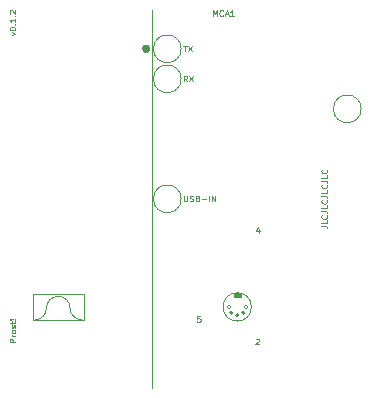
<source format=gbr>
G04 #@! TF.GenerationSoftware,KiCad,Pcbnew,(5.1.5-0-10_14)*
G04 #@! TF.CreationDate,2020-05-24T23:38:13-07:00*
G04 #@! TF.ProjectId,prost-pcb,70726f73-742d-4706-9362-2e6b69636164,0.1.0*
G04 #@! TF.SameCoordinates,Original*
G04 #@! TF.FileFunction,Legend,Top*
G04 #@! TF.FilePolarity,Positive*
%FSLAX46Y46*%
G04 Gerber Fmt 4.6, Leading zero omitted, Abs format (unit mm)*
G04 Created by KiCad (PCBNEW (5.1.5-0-10_14)) date 2020-05-24 23:38:13*
%MOMM*%
%LPD*%
G04 APERTURE LIST*
%ADD10C,0.120000*%
%ADD11C,0.100000*%
%ADD12C,0.200000*%
%ADD13C,0.300000*%
%ADD14C,0.125000*%
G04 APERTURE END LIST*
D10*
X153500000Y-111150000D02*
G75*
G03X153500000Y-111150000I-1200000J0D01*
G01*
D11*
X151750000Y-111150000D02*
G75*
G03X151750000Y-111150000I-150000J0D01*
G01*
D12*
X152400000Y-111850000D02*
G75*
G03X152400000Y-111850000I-100000J0D01*
G01*
D11*
X153200000Y-111150000D02*
G75*
G03X153200000Y-111150000I-150000J0D01*
G01*
D12*
X151900000Y-111650000D02*
G75*
G03X151900000Y-111650000I-100000J0D01*
G01*
X152900000Y-111650000D02*
G75*
G03X152900000Y-111650000I-100000J0D01*
G01*
D11*
G36*
X152600000Y-110300000D02*
G01*
X152000000Y-110300000D01*
X152000000Y-110000000D01*
X152600000Y-110000000D01*
X152600000Y-110300000D01*
G37*
X152600000Y-110300000D02*
X152000000Y-110300000D01*
X152000000Y-110000000D01*
X152600000Y-110000000D01*
X152600000Y-110300000D01*
D10*
X139300000Y-112250000D02*
X135000000Y-112250000D01*
X139300000Y-110050000D02*
X139300000Y-112250000D01*
X135000000Y-110050000D02*
X139300000Y-110050000D01*
X135000000Y-112250000D02*
X135000000Y-110050000D01*
X138150000Y-111250000D02*
G75*
G03X139150000Y-112250000I1000000J0D01*
G01*
X138150000Y-111250000D02*
G75*
G03X137150000Y-110250000I-1000000J0D01*
G01*
X136150000Y-111250000D02*
G75*
G02X135150000Y-112250000I-1000000J0D01*
G01*
X136150000Y-111250000D02*
G75*
G02X137150000Y-110250000I1000000J0D01*
G01*
D13*
X144800000Y-89300000D02*
G75*
G03X144800000Y-89300000I-200000J0D01*
G01*
D14*
X149169047Y-111926190D02*
X148930952Y-111926190D01*
X148907142Y-112164285D01*
X148930952Y-112140476D01*
X148978571Y-112116666D01*
X149097619Y-112116666D01*
X149145238Y-112140476D01*
X149169047Y-112164285D01*
X149192857Y-112211904D01*
X149192857Y-112330952D01*
X149169047Y-112378571D01*
X149145238Y-112402380D01*
X149097619Y-112426190D01*
X148978571Y-112426190D01*
X148930952Y-112402380D01*
X148907142Y-112378571D01*
X153857142Y-113873809D02*
X153880952Y-113850000D01*
X153928571Y-113826190D01*
X154047619Y-113826190D01*
X154095238Y-113850000D01*
X154119047Y-113873809D01*
X154142857Y-113921428D01*
X154142857Y-113969047D01*
X154119047Y-114040476D01*
X153833333Y-114326190D01*
X154142857Y-114326190D01*
X154145238Y-104542857D02*
X154145238Y-104876190D01*
X154026190Y-104352380D02*
X153907142Y-104709523D01*
X154216666Y-104709523D01*
X159426190Y-104309523D02*
X159783333Y-104309523D01*
X159854761Y-104333333D01*
X159902380Y-104380952D01*
X159926190Y-104452380D01*
X159926190Y-104500000D01*
X159926190Y-103833333D02*
X159926190Y-104071428D01*
X159426190Y-104071428D01*
X159878571Y-103380952D02*
X159902380Y-103404761D01*
X159926190Y-103476190D01*
X159926190Y-103523809D01*
X159902380Y-103595238D01*
X159854761Y-103642857D01*
X159807142Y-103666666D01*
X159711904Y-103690476D01*
X159640476Y-103690476D01*
X159545238Y-103666666D01*
X159497619Y-103642857D01*
X159450000Y-103595238D01*
X159426190Y-103523809D01*
X159426190Y-103476190D01*
X159450000Y-103404761D01*
X159473809Y-103380952D01*
X159426190Y-103023809D02*
X159783333Y-103023809D01*
X159854761Y-103047619D01*
X159902380Y-103095238D01*
X159926190Y-103166666D01*
X159926190Y-103214285D01*
X159926190Y-102547619D02*
X159926190Y-102785714D01*
X159426190Y-102785714D01*
X159878571Y-102095238D02*
X159902380Y-102119047D01*
X159926190Y-102190476D01*
X159926190Y-102238095D01*
X159902380Y-102309523D01*
X159854761Y-102357142D01*
X159807142Y-102380952D01*
X159711904Y-102404761D01*
X159640476Y-102404761D01*
X159545238Y-102380952D01*
X159497619Y-102357142D01*
X159450000Y-102309523D01*
X159426190Y-102238095D01*
X159426190Y-102190476D01*
X159450000Y-102119047D01*
X159473809Y-102095238D01*
X159426190Y-101738095D02*
X159783333Y-101738095D01*
X159854761Y-101761904D01*
X159902380Y-101809523D01*
X159926190Y-101880952D01*
X159926190Y-101928571D01*
X159926190Y-101261904D02*
X159926190Y-101500000D01*
X159426190Y-101500000D01*
X159878571Y-100809523D02*
X159902380Y-100833333D01*
X159926190Y-100904761D01*
X159926190Y-100952380D01*
X159902380Y-101023809D01*
X159854761Y-101071428D01*
X159807142Y-101095238D01*
X159711904Y-101119047D01*
X159640476Y-101119047D01*
X159545238Y-101095238D01*
X159497619Y-101071428D01*
X159450000Y-101023809D01*
X159426190Y-100952380D01*
X159426190Y-100904761D01*
X159450000Y-100833333D01*
X159473809Y-100809523D01*
X159426190Y-100452380D02*
X159783333Y-100452380D01*
X159854761Y-100476190D01*
X159902380Y-100523809D01*
X159926190Y-100595238D01*
X159926190Y-100642857D01*
X159926190Y-99976190D02*
X159926190Y-100214285D01*
X159426190Y-100214285D01*
X159878571Y-99523809D02*
X159902380Y-99547619D01*
X159926190Y-99619047D01*
X159926190Y-99666666D01*
X159902380Y-99738095D01*
X159854761Y-99785714D01*
X159807142Y-99809523D01*
X159711904Y-99833333D01*
X159640476Y-99833333D01*
X159545238Y-99809523D01*
X159497619Y-99785714D01*
X159450000Y-99738095D01*
X159426190Y-99666666D01*
X159426190Y-99619047D01*
X159450000Y-99547619D01*
X159473809Y-99523809D01*
D10*
X162791537Y-94380000D02*
G75*
G03X162791537Y-94380000I-1171537J0D01*
G01*
X147551537Y-102000000D02*
G75*
G03X147551537Y-102000000I-1171537J0D01*
G01*
X147551537Y-91840000D02*
G75*
G03X147551537Y-91840000I-1171537J0D01*
G01*
X147551537Y-89300000D02*
G75*
G03X147551537Y-89300000I-1171537J0D01*
G01*
X145100000Y-118000000D02*
X145100000Y-86000000D01*
D14*
X133192857Y-88147321D02*
X133526190Y-88028273D01*
X133192857Y-87909226D01*
X133026190Y-87623511D02*
X133026190Y-87575892D01*
X133050000Y-87528273D01*
X133073809Y-87504464D01*
X133121428Y-87480654D01*
X133216666Y-87456845D01*
X133335714Y-87456845D01*
X133430952Y-87480654D01*
X133478571Y-87504464D01*
X133502380Y-87528273D01*
X133526190Y-87575892D01*
X133526190Y-87623511D01*
X133502380Y-87671130D01*
X133478571Y-87694940D01*
X133430952Y-87718750D01*
X133335714Y-87742559D01*
X133216666Y-87742559D01*
X133121428Y-87718750D01*
X133073809Y-87694940D01*
X133050000Y-87671130D01*
X133026190Y-87623511D01*
X133478571Y-87242559D02*
X133502380Y-87218750D01*
X133526190Y-87242559D01*
X133502380Y-87266369D01*
X133478571Y-87242559D01*
X133526190Y-87242559D01*
X133526190Y-86742559D02*
X133526190Y-87028273D01*
X133526190Y-86885416D02*
X133026190Y-86885416D01*
X133097619Y-86933035D01*
X133145238Y-86980654D01*
X133169047Y-87028273D01*
X133478571Y-86528273D02*
X133502380Y-86504464D01*
X133526190Y-86528273D01*
X133502380Y-86552083D01*
X133478571Y-86528273D01*
X133526190Y-86528273D01*
X133073809Y-86313988D02*
X133050000Y-86290178D01*
X133026190Y-86242559D01*
X133026190Y-86123511D01*
X133050000Y-86075892D01*
X133073809Y-86052083D01*
X133121428Y-86028273D01*
X133169047Y-86028273D01*
X133240476Y-86052083D01*
X133526190Y-86337797D01*
X133526190Y-86028273D01*
X133526190Y-114152678D02*
X133026190Y-114152678D01*
X133026190Y-113962202D01*
X133050000Y-113914583D01*
X133073809Y-113890773D01*
X133121428Y-113866964D01*
X133192857Y-113866964D01*
X133240476Y-113890773D01*
X133264285Y-113914583D01*
X133288095Y-113962202D01*
X133288095Y-114152678D01*
X133526190Y-113652678D02*
X133192857Y-113652678D01*
X133288095Y-113652678D02*
X133240476Y-113628869D01*
X133216666Y-113605059D01*
X133192857Y-113557440D01*
X133192857Y-113509821D01*
X133526190Y-113271726D02*
X133502380Y-113319345D01*
X133478571Y-113343154D01*
X133430952Y-113366964D01*
X133288095Y-113366964D01*
X133240476Y-113343154D01*
X133216666Y-113319345D01*
X133192857Y-113271726D01*
X133192857Y-113200297D01*
X133216666Y-113152678D01*
X133240476Y-113128869D01*
X133288095Y-113105059D01*
X133430952Y-113105059D01*
X133478571Y-113128869D01*
X133502380Y-113152678D01*
X133526190Y-113200297D01*
X133526190Y-113271726D01*
X133502380Y-112914583D02*
X133526190Y-112866964D01*
X133526190Y-112771726D01*
X133502380Y-112724107D01*
X133454761Y-112700297D01*
X133430952Y-112700297D01*
X133383333Y-112724107D01*
X133359523Y-112771726D01*
X133359523Y-112843154D01*
X133335714Y-112890773D01*
X133288095Y-112914583D01*
X133264285Y-112914583D01*
X133216666Y-112890773D01*
X133192857Y-112843154D01*
X133192857Y-112771726D01*
X133216666Y-112724107D01*
X133192857Y-112557440D02*
X133192857Y-112366964D01*
X133026190Y-112486011D02*
X133454761Y-112486011D01*
X133502380Y-112462202D01*
X133526190Y-112414583D01*
X133526190Y-112366964D01*
X133478571Y-112200297D02*
X133502380Y-112176488D01*
X133526190Y-112200297D01*
X133502380Y-112224107D01*
X133478571Y-112200297D01*
X133526190Y-112200297D01*
X133335714Y-112200297D02*
X133050000Y-112224107D01*
X133026190Y-112200297D01*
X133050000Y-112176488D01*
X133335714Y-112200297D01*
X133026190Y-112200297D01*
X147800297Y-101726190D02*
X147800297Y-102130952D01*
X147824107Y-102178571D01*
X147847916Y-102202380D01*
X147895535Y-102226190D01*
X147990773Y-102226190D01*
X148038392Y-102202380D01*
X148062202Y-102178571D01*
X148086011Y-102130952D01*
X148086011Y-101726190D01*
X148300297Y-102202380D02*
X148371726Y-102226190D01*
X148490773Y-102226190D01*
X148538392Y-102202380D01*
X148562202Y-102178571D01*
X148586011Y-102130952D01*
X148586011Y-102083333D01*
X148562202Y-102035714D01*
X148538392Y-102011904D01*
X148490773Y-101988095D01*
X148395535Y-101964285D01*
X148347916Y-101940476D01*
X148324107Y-101916666D01*
X148300297Y-101869047D01*
X148300297Y-101821428D01*
X148324107Y-101773809D01*
X148347916Y-101750000D01*
X148395535Y-101726190D01*
X148514583Y-101726190D01*
X148586011Y-101750000D01*
X148966964Y-101964285D02*
X149038392Y-101988095D01*
X149062202Y-102011904D01*
X149086011Y-102059523D01*
X149086011Y-102130952D01*
X149062202Y-102178571D01*
X149038392Y-102202380D01*
X148990773Y-102226190D01*
X148800297Y-102226190D01*
X148800297Y-101726190D01*
X148966964Y-101726190D01*
X149014583Y-101750000D01*
X149038392Y-101773809D01*
X149062202Y-101821428D01*
X149062202Y-101869047D01*
X149038392Y-101916666D01*
X149014583Y-101940476D01*
X148966964Y-101964285D01*
X148800297Y-101964285D01*
X149300297Y-102035714D02*
X149681250Y-102035714D01*
X149919345Y-102226190D02*
X149919345Y-101726190D01*
X150157440Y-102226190D02*
X150157440Y-101726190D01*
X150443154Y-102226190D01*
X150443154Y-101726190D01*
X148086011Y-92066190D02*
X147919345Y-91828095D01*
X147800297Y-92066190D02*
X147800297Y-91566190D01*
X147990773Y-91566190D01*
X148038392Y-91590000D01*
X148062202Y-91613809D01*
X148086011Y-91661428D01*
X148086011Y-91732857D01*
X148062202Y-91780476D01*
X148038392Y-91804285D01*
X147990773Y-91828095D01*
X147800297Y-91828095D01*
X148252678Y-91566190D02*
X148586011Y-92066190D01*
X148586011Y-91566190D02*
X148252678Y-92066190D01*
X147728869Y-89026190D02*
X148014583Y-89026190D01*
X147871726Y-89526190D02*
X147871726Y-89026190D01*
X148133630Y-89026190D02*
X148466964Y-89526190D01*
X148466964Y-89026190D02*
X148133630Y-89526190D01*
X150230952Y-86526190D02*
X150230952Y-86026190D01*
X150397619Y-86383333D01*
X150564285Y-86026190D01*
X150564285Y-86526190D01*
X151088095Y-86478571D02*
X151064285Y-86502380D01*
X150992857Y-86526190D01*
X150945238Y-86526190D01*
X150873809Y-86502380D01*
X150826190Y-86454761D01*
X150802380Y-86407142D01*
X150778571Y-86311904D01*
X150778571Y-86240476D01*
X150802380Y-86145238D01*
X150826190Y-86097619D01*
X150873809Y-86050000D01*
X150945238Y-86026190D01*
X150992857Y-86026190D01*
X151064285Y-86050000D01*
X151088095Y-86073809D01*
X151278571Y-86383333D02*
X151516666Y-86383333D01*
X151230952Y-86526190D02*
X151397619Y-86026190D01*
X151564285Y-86526190D01*
X151992857Y-86526190D02*
X151707142Y-86526190D01*
X151850000Y-86526190D02*
X151850000Y-86026190D01*
X151802380Y-86097619D01*
X151754761Y-86145238D01*
X151707142Y-86169047D01*
M02*

</source>
